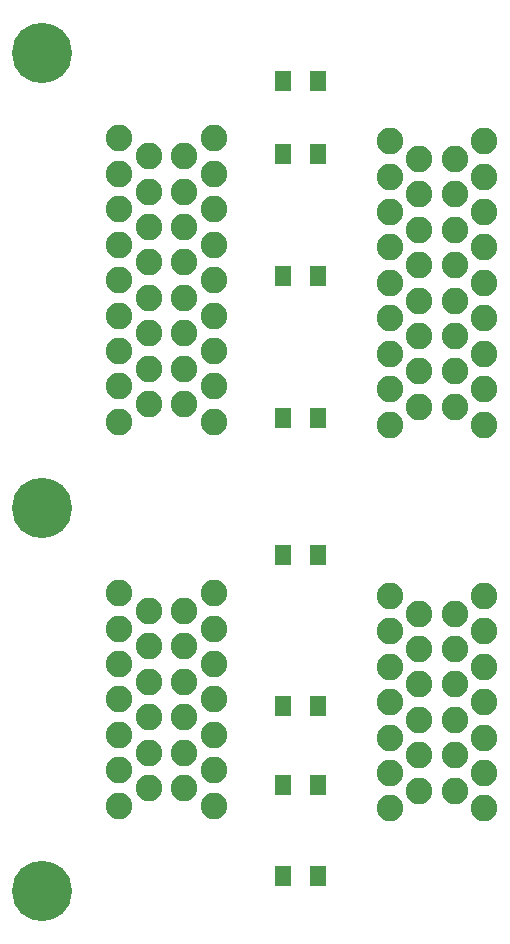
<source format=gbr>
%TF.GenerationSoftware,KiCad,Pcbnew,(6.0.8)*%
%TF.CreationDate,2024-08-14T07:32:43+02:00*%
%TF.ProjectId,FUSE_TestBoard,46555345-5f54-4657-9374-426f6172642e,rev?*%
%TF.SameCoordinates,Original*%
%TF.FileFunction,Soldermask,Top*%
%TF.FilePolarity,Negative*%
%FSLAX46Y46*%
G04 Gerber Fmt 4.6, Leading zero omitted, Abs format (unit mm)*
G04 Created by KiCad (PCBNEW (6.0.8)) date 2024-08-14 07:32:43*
%MOMM*%
%LPD*%
G01*
G04 APERTURE LIST*
G04 Aperture macros list*
%AMRoundRect*
0 Rectangle with rounded corners*
0 $1 Rounding radius*
0 $2 $3 $4 $5 $6 $7 $8 $9 X,Y pos of 4 corners*
0 Add a 4 corners polygon primitive as box body*
4,1,4,$2,$3,$4,$5,$6,$7,$8,$9,$2,$3,0*
0 Add four circle primitives for the rounded corners*
1,1,$1+$1,$2,$3*
1,1,$1+$1,$4,$5*
1,1,$1+$1,$6,$7*
1,1,$1+$1,$8,$9*
0 Add four rect primitives between the rounded corners*
20,1,$1+$1,$2,$3,$4,$5,0*
20,1,$1+$1,$4,$5,$6,$7,0*
20,1,$1+$1,$6,$7,$8,$9,0*
20,1,$1+$1,$8,$9,$2,$3,0*%
G04 Aperture macros list end*
%ADD10C,2.250000*%
%ADD11RoundRect,0.250001X-0.462499X-0.624999X0.462499X-0.624999X0.462499X0.624999X-0.462499X0.624999X0*%
%ADD12C,5.100000*%
G04 APERTURE END LIST*
D10*
%TO.C,J2*%
X183587300Y-85278000D03*
X186087300Y-86778000D03*
X183587300Y-88278000D03*
X186087300Y-89778000D03*
X183587300Y-91278000D03*
X186087300Y-92778000D03*
X183587300Y-94278000D03*
X186087300Y-95778000D03*
X183587300Y-97278000D03*
X186087300Y-98778000D03*
X183587300Y-100278000D03*
X186087300Y-101778000D03*
X183587300Y-103278000D03*
X186087300Y-104778000D03*
X183587300Y-106278000D03*
X186087300Y-107778000D03*
X183587300Y-109278000D03*
X191587300Y-85278000D03*
X189087300Y-86778000D03*
X191587300Y-88278000D03*
X189087300Y-89778000D03*
X191587300Y-91278000D03*
X189087300Y-92778000D03*
X191587300Y-94278000D03*
X189087300Y-95778000D03*
X191587300Y-97278000D03*
X189087300Y-98778000D03*
X191587300Y-100278000D03*
X189087300Y-101778000D03*
X191587300Y-103278000D03*
X189087300Y-104778000D03*
X191587300Y-106278000D03*
X189087300Y-107778000D03*
X191587300Y-109278000D03*
X183587300Y-123778000D03*
X186087300Y-125278000D03*
X183587300Y-126778000D03*
X186087300Y-128278000D03*
X183587300Y-129778000D03*
X186087300Y-131278000D03*
X183587300Y-132778000D03*
X186087300Y-134278000D03*
X183587300Y-135778000D03*
X186087300Y-137278000D03*
X183587300Y-138778000D03*
X186087300Y-140278000D03*
X183587300Y-141778000D03*
X191587300Y-123778000D03*
X189087300Y-125278000D03*
X191587300Y-126778000D03*
X189087300Y-128278000D03*
X191587300Y-129778000D03*
X189087300Y-131278000D03*
X191587300Y-132778000D03*
X189087300Y-134278000D03*
X191587300Y-135778000D03*
X189087300Y-137278000D03*
X191587300Y-138778000D03*
X189087300Y-140278000D03*
X191587300Y-141778000D03*
%TD*%
D11*
%TO.C,F8*%
X174525000Y-80200000D03*
X177500000Y-80200000D03*
%TD*%
%TO.C,F7*%
X174525000Y-86400000D03*
X177500000Y-86400000D03*
%TD*%
%TO.C,F6*%
X174525000Y-96700000D03*
X177500000Y-96700000D03*
%TD*%
%TO.C,F5*%
X174525000Y-108700000D03*
X177500000Y-108700000D03*
%TD*%
%TO.C,F4*%
X174512500Y-120300000D03*
X177487500Y-120300000D03*
%TD*%
%TO.C,F3*%
X177487500Y-133100000D03*
X174512500Y-133100000D03*
%TD*%
%TO.C,F2*%
X174525000Y-139800000D03*
X177500000Y-139800000D03*
%TD*%
%TO.C,F1*%
X174512500Y-147500000D03*
X177487500Y-147500000D03*
%TD*%
D10*
%TO.C,J1*%
X168650000Y-85050000D03*
X166150000Y-86550000D03*
X168650000Y-88050000D03*
X166150000Y-89550000D03*
X168650000Y-91050000D03*
X166150000Y-92550000D03*
X168650000Y-94050000D03*
X166150000Y-95550000D03*
X168650000Y-97050000D03*
X166150000Y-98550000D03*
X168650000Y-100050000D03*
X166150000Y-101550000D03*
X168650000Y-103050000D03*
X166150000Y-104550000D03*
X168650000Y-106050000D03*
X166150000Y-107550000D03*
X168650000Y-109050000D03*
X160650000Y-85050000D03*
X163150000Y-86550000D03*
X160650000Y-88050000D03*
X163150000Y-89550000D03*
X160650000Y-91050000D03*
X163150000Y-92550000D03*
X160650000Y-94050000D03*
X163150000Y-95550000D03*
X160650000Y-97050000D03*
X163150000Y-98550000D03*
X160650000Y-100050000D03*
X163150000Y-101550000D03*
X160650000Y-103050000D03*
X163150000Y-104550000D03*
X160650000Y-106050000D03*
X163150000Y-107550000D03*
X160650000Y-109050000D03*
X168650000Y-123550000D03*
X166150000Y-125050000D03*
X168650000Y-126550000D03*
X166150000Y-128050000D03*
X168650000Y-129550000D03*
X166150000Y-131050000D03*
X168650000Y-132550000D03*
X166150000Y-134050000D03*
X168650000Y-135550000D03*
X166150000Y-137050000D03*
X168650000Y-138550000D03*
X166150000Y-140050000D03*
X168650000Y-141550000D03*
X160650000Y-123550000D03*
X163150000Y-125050000D03*
X160650000Y-126550000D03*
X163150000Y-128050000D03*
X160650000Y-129550000D03*
X163150000Y-131050000D03*
X160650000Y-132550000D03*
X163150000Y-134050000D03*
X160650000Y-135550000D03*
X163150000Y-137050000D03*
X160650000Y-138550000D03*
X163150000Y-140050000D03*
X160650000Y-141550000D03*
D12*
X154150000Y-77800000D03*
X154150000Y-116300000D03*
X154150000Y-148800000D03*
%TD*%
M02*

</source>
